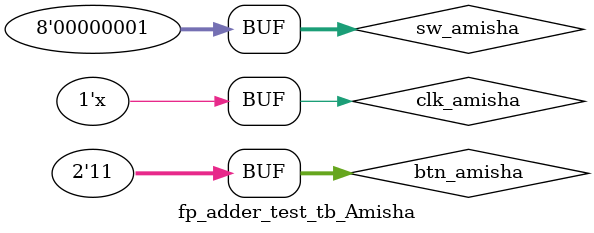
<source format=v>
`timescale 1ns / 1ps


module fp_adder_test_tb_Amisha;
	// Inputs
	reg clk_amisha;
	reg [1:0] btn_amisha;
	reg [7:0] sw_amisha;
	// Outputs
	wire [3:0] an_amisha;
	wire [7:0] sseg_amisha;
	// Instantiate the Unit Under Test (UUT)
	fp_adder_test__Amisha uut (
		.clk_amisha(clk_amisha), 
		.btn_amisha(btn_amisha), 
		.sw_amisha(sw_amisha), 
		.an_amisha(an_amisha), 
		.sseg_amisha(sseg_amisha)
	);
	initial begin
		clk_amisha = 0;
		btn_amisha = 0;
		sw_amisha = 0;
		#200;
		btn_amisha = 1;
		sw_amisha = 10;
		#200;
		btn_amisha = 2;
		sw_amisha = 25;
		#200;
		btn_amisha = 3;
		sw_amisha = 1;
		#200;
	end
always #100 clk_amisha = ~clk_amisha;     
endmodule


</source>
